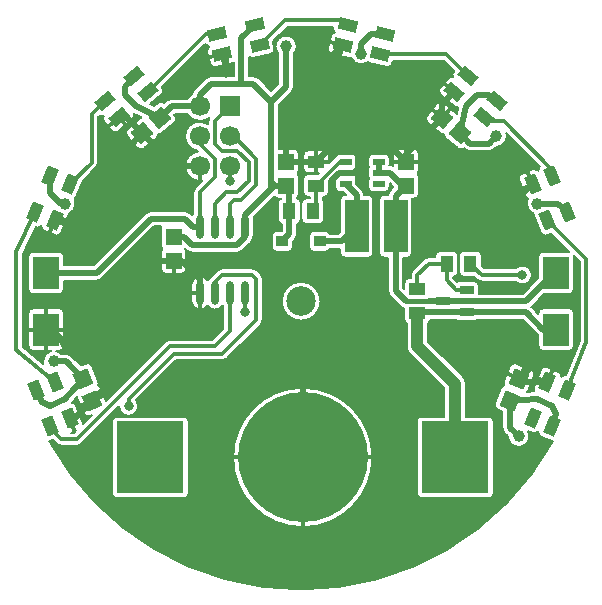
<source format=gbl>
G04 Layer: BottomLayer*
G04 EasyEDA Pro v1.9.29.eba1c1, 2023-07-30 16:19:25*
G04 Gerber Generator version 0.3*
G04 Scale: 100 percent, Rotated: No, Reflected: No*
G04 Dimensions in millimeters*
G04 Leading zeros omitted, absolute positions, 3 integers and 3 decimals*
%FSLAX33Y33*%
%MOMM*%
%AMRect*21,1,$1,$2,0,0,$3*%
%ADD999C,0.2032*%
%ADD10C,0.299999*%
%ADD11C,2.499995*%
%ADD12R,1.35001X1.410005*%
%ADD13R,1.999996X4.499991*%
%ADD14R,1.132535X1.37701*%
%ADD15R,1.3818X1.132535*%
%ADD16R,1.37701X1.132535*%
%ADD17R,0.999998X0.550012*%
%ADD18R,0.999998X0.959993*%
%ADD19Rect,1.410005X1.35001X112.5*%
%ADD20Rect,1.410005X1.35001X-112.5*%
%ADD21Rect,1.410005X1.35001X40.5*%
%ADD22Rect,1.410005X1.35001X-40.5*%
%ADD23R,1.25001X0.699999*%
%ADD24R,1.37701X1.132535*%
%ADD25R,1.132535X1.37701*%
%ADD26C,1.699999*%
%ADD27R,1.699999X1.699999*%
%ADD28R,5.699989X6.099988*%
%ADD29C,11.000003*%
%ADD30R,2.199996X2.799994*%
%ADD31R,2.199996X2.799994*%
%ADD32Rect,1.545006X0.997001X291.88*%
%ADD33Rect,1.545006X0.997001X247.47*%
%ADD34Rect,1.545006X0.997001X220.47*%
%ADD35Rect,1.545006X0.997001X193.47*%
%ADD36Rect,1.545006X0.997001X166.47*%
%ADD37Rect,1.545006X0.997001X139.47*%
%ADD38Rect,1.545006X0.997001X112.47*%
%ADD39Rect,1.545006X0.997001X67.47*%
%ADD40O,0.699999X1.999996*%
%ADD41C,0.999998*%
%ADD42C,0.799998*%
%ADD43C,0.499999*%
%ADD44C,0.399999*%
%ADD45C,1.000001*%
G75*


G04 Copper Start*
G36*
G01X0Y-24396D02*
G02X-21320Y-11858I0J24396D01*
G03X-21280Y-11844I-111J389D01*
G01X-21019Y-11739D01*
G01X-20682Y-12077D01*
G03X-20290Y-12239I392J392D01*
G01X-18988D01*
G03X-18596Y-12077I0J554D01*
G01X-15409Y-8890D01*
G03X-14605Y-9694I804J0D01*
G03X-13801Y-8890I0J804D01*
G03X-13967Y-8401I-804J0D01*
G01X-10565Y-4999D01*
G01X-6668D01*
G01X-6667D01*
G03X-6276Y-4837I0J554D01*
G01X-3418Y-1979D01*
G03X-3256Y-1587I-392J392D01*
G01Y1905D01*
G03X-3418Y2297I-554J0D01*
G01X-3736Y2614D01*
G03X-4127Y2777I-392J-392D01*
G01X-4128D01*
G01X-6667D01*
G03X-7059Y2614I0J-554D01*
G01X-7676Y1998D01*
G03X-7937Y1749I373J-655D01*
G03X-8572Y2097I-635J-407D01*
G03X-9327Y1343I0J-754D01*
G01Y43D01*
G03X-8572Y-712I754J0D01*
G03X-7937Y-364I0J754D01*
G03X-7302Y-712I635J407D01*
G03X-6667Y-364I0J754D01*
G03X-6587Y-469I635J407D01*
G01Y-2310D01*
G01X-7532Y-3256D01*
G01X-11112D01*
G03X-11504Y-3418I0J-554D01*
G01X-16504Y-8418D01*
G01X-16950Y-7340D01*
G03X-17181Y-7117I-373J-155D01*
G03X-17145Y-6950I-368J167D01*
G03X-17176Y-6795I-404J0D01*
G01X-17716Y-5493D01*
G03X-18089Y-5243I-373J-155D01*
G03X-18244Y-5274I0J-404D01*
G01X-18638Y-5437D01*
G01X-19457Y-4617D01*
G03X-19920Y-4426I-463J-463D01*
G01X-20331D01*
G03X-20730Y-4204I-624J-654D01*
G01X-20490D01*
G03X-20086Y-3800I0J404D01*
G01Y-1000D01*
G03X-20490Y-596I-404J0D01*
G01X-22690D01*
G03X-23094Y-1000I0J-404D01*
G01Y-3800D01*
G03X-22690Y-4204I404J0D01*
G01X-21180D01*
G03X-21859Y-5080I225J-876D01*
G03X-21828Y-5314I904J0D01*
G01X-23576Y-3867D01*
G01Y4001D01*
G01X-22487Y6269D01*
G01X-22481Y6266D01*
G03X-22326Y6235I155J373D01*
G03X-22003Y6397I0J404D01*
G03X-22007Y6339I400J-57D01*
G03X-21757Y5966I404J0D01*
G01X-20836Y5584D01*
G03X-20682Y5553I155J373D01*
G03X-20308Y5802I0J404D01*
G01X-19716Y7229D01*
G03X-19685Y7384I-373J155D01*
G01X-19686Y7408D01*
G03X-19098Y8255I-316J847D01*
G03X-19191Y8654I-904J0D01*
G03X-19053Y8827I-236J328D01*
G01X-18476Y10218D01*
G01X-17355Y11339D01*
G03X-17193Y11731I-392J392D01*
G01Y15600D01*
G01X-17087Y15705D01*
G03X-16878Y15647I209J346D01*
G03X-16700Y15688I0J404D01*
G03X-16774Y15456I330J-233D01*
G03X-16677Y15193I404J0D01*
G01X-16030Y14435D01*
G03X-15723Y14293I307J262D01*
G03X-15461Y14390I0J404D01*
G01X-14285Y15392D01*
G03X-14143Y15700I-262J307D01*
G03X-14191Y15890I-404J0D01*
G01X-13515Y15559D01*
G03X-13621Y15494I157J-373D01*
G01X-14693Y14578D01*
G03X-14835Y14271I262J-307D01*
G03X-14738Y14008I404J0D01*
G01X-13861Y12982D01*
G03X-13554Y12840I307J262D01*
G03X-13291Y12937I0J404D01*
G01X-12219Y13853D01*
G03X-12078Y14141I-262J307D01*
G03X-12033Y14139I45J402D01*
G03X-11770Y14236I0J404D01*
G01X-10698Y15151D01*
G03X-10557Y15459I-262J307D01*
G03X-10653Y15721I-404J0D01*
G01X-10722Y15802D01*
G01X-10668Y15856D01*
G01X-9643D01*
G03X-8572Y15256I1070J654D01*
G03X-7757Y15557I0J1254D01*
G03X-7857Y15240I454J-317D01*
G01Y15000D01*
G03X-8572Y15224I-716J-1030D01*
G03X-9827Y13970I0J-1254D01*
G03X-8750Y12728I1254J0D01*
G01X-8699Y12678D01*
G03X-9827Y11430I126J-1248D01*
G03X-8572Y10176I1254J0D01*
G03X-8372Y10192I0J1254D01*
G01X-8964Y9599D01*
G03X-9127Y9208I392J-392D01*
G01Y9207D01*
G01Y7454D01*
G03X-9235Y7303I554J-512D01*
G01X-9380Y7448D01*
G03X-9842Y7639I-463J-463D01*
G01X-12700D01*
G03X-13163Y7448I0J-654D01*
G01X-17556Y3054D01*
G01X-20086D01*
G01Y3800D01*
G03X-20490Y4204I-404J0D01*
G01X-22690D01*
G03X-23094Y3800I0J-404D01*
G01Y1000D01*
G03X-22690Y596I404J0D01*
G01X-20490D01*
G03X-20086Y1000I0J404D01*
G01Y1746D01*
G01X-17285D01*
G03X-16822Y1937I0J654D01*
G01X-12429Y6331D01*
G01X-11831D01*
G03X-11874Y6150I361J-181D01*
G01Y4740D01*
G03X-11746Y4445I404J0D01*
G03X-11874Y4150I276J-295D01*
G01Y2740D01*
G03X-11470Y2336I404J0D01*
G01X-10120D01*
G03X-9716Y2740I0J404D01*
G01Y4150D01*
G03X-9844Y4445I-404J0D01*
G01X-9829Y4459D01*
G01X-9670Y4300D01*
G03X-9207Y4108I463J463D01*
G01X-5398D01*
G01X-5397D01*
G03X-4935Y4300I0J654D01*
G01X-4300Y4935D01*
G03X-4130Y5233I-463J463D01*
G03X-4008Y5642I-633J410D01*
G01Y6942D01*
G03X-4028Y7112I-754J0D01*
G01X-2278Y8862D01*
G03X-1945Y8686I333J228D01*
G01X-1711D01*
G03X-1970Y8309I145J-377D01*
G01Y6931D01*
G03X-1654Y6537I404J0D01*
G01Y5964D01*
G01X-2085D01*
G03X-2489Y5560I0J-404D01*
G01Y4600D01*
G03X-2085Y4196I404J0D01*
G01X-1085D01*
G03X-681Y4600I0J404D01*
G01Y5059D01*
G01X-537Y5202D01*
G03X-346Y5665I-463J463D01*
G01Y6537D01*
G03X-30Y6931I-88J394D01*
G01Y8309D01*
G03X-346Y8703I-404J0D01*
G01Y8772D01*
G03X-191Y9090I-249J318D01*
G01Y10500D01*
G03X-319Y10795I-404J0D01*
G03X-191Y11090I-276J295D01*
G01Y12500D01*
G03X-595Y12904I-404J0D01*
G01X-1886D01*
G01Y16620D01*
G01X-807Y17698D01*
G03X-616Y18161I-463J463D01*
G01Y20966D01*
G03X-366Y21590I-654J624D01*
G03X-1270Y22494I-904J0D01*
G03X-2174Y21590I0J-904D01*
G03X-1924Y20966I904J0D01*
G01Y18432D01*
G01X-2540Y17816D01*
G01X-3601Y18878D01*
G03X-4064Y19069I-463J-463D01*
G01X-4397D01*
G01Y20675D01*
G03X-4152Y20592I245J321D01*
G03X-4058Y20603I0J404D01*
G01X-2555Y20963D01*
G03X-2245Y21356I-94J393D01*
G03X-2256Y21450I-404J0D01*
G01X-2389Y22005D01*
G01X-1135Y23258D01*
G01X2690D01*
G01X2672Y23184D01*
G03X2661Y23089I393J-95D01*
G03X2876Y22732I404J0D01*
G03X2489Y22423I6J-404D01*
G01X2256Y21453D01*
G03X2244Y21359I393J-95D01*
G03X2554Y20966I404J0D01*
G01X4056Y20604D01*
G03X4151Y20593I95J393D01*
G03X4246Y20605I0J404D01*
G03X5080Y20051I834J350D01*
G03X5634Y20241I0J904D01*
G03X5738Y20200I199J352D01*
G01X7240Y19838D01*
G03X7335Y19827I95J393D01*
G03X7728Y20136I0J404D01*
G01X7777Y20342D01*
G01X12057D01*
G01X12929Y19470D01*
G01X12906Y19444D01*
G03X12809Y19181I307J-263D01*
G03X12883Y18949I404J0D01*
G03X12704Y18990I-178J-363D01*
G03X12397Y18849I0J-404D01*
G01X11749Y18091D01*
G03X11652Y17829I307J-263D01*
G03X11794Y17521I404J0D01*
G01X12968Y16517D01*
G03X13231Y16420I263J307D01*
G03X13280Y16423I0J404D01*
G01X13160Y15887D01*
G01X12100Y16793D01*
G03X11838Y16889I-262J-307D01*
G03X11530Y16748I0J-404D01*
G01X10653Y15721D01*
G03X10557Y15459I307J-262D01*
G03X10698Y15151I404J0D01*
G01X11770Y14236D01*
G03X12033Y14139I262J307D01*
G03X12078Y14141I0J404D01*
G03X12219Y13853I404J18D01*
G01X13291Y12937D01*
G03X13554Y12840I262J307D01*
G03X13813Y12934I0J404D01*
G01X13874Y12872D01*
G03X14336Y12681I463J463D01*
G01X15875D01*
G03X16338Y12872I0J654D01*
G01X16531Y13066D01*
G03X17414Y13970I-21J904D01*
G03X17378Y14223I-904J0D01*
G01X20210Y11391D01*
G03X20077Y11092I271J-299D01*
G03X20081Y11035I404J0D01*
G03X19758Y11197I-323J-242D01*
G03X19603Y11166I0J-404D01*
G01X18682Y10785D01*
G03X18432Y10412I154J-373D01*
G03X18463Y10257I404J0D01*
G01X19053Y8830D01*
G03X19192Y8655I373J154D01*
G03X19098Y8255I811J-400D01*
G03X19685Y7409I904J0D01*
G01X19684Y7385D01*
G03X19715Y7231I404J0D01*
G01X20305Y5803D01*
G03X20678Y5553I373J154D01*
G03X20833Y5584I0J404D01*
G01X21190Y5732D01*
G01X22719Y4203D01*
G03X22690Y4204I-29J-403D01*
G01X20490D01*
G03X20086Y3800I0J-404D01*
G01Y1961D01*
G01X18779Y654D01*
G01X15047D01*
G01Y1300D01*
G03X14643Y1704I-404J0D01*
G01X13392D01*
G03X13217Y1664I0J-404D01*
G01X12889Y1992D01*
G01Y2082D01*
G01X12901D01*
G03X13305Y2486I0J404D01*
G01Y3864D01*
G03X12901Y4268I-404J0D01*
G01X11769D01*
G03X11365Y3864I0J-404D01*
G01Y3729D01*
G01X10795D01*
G03X10403Y3567I0J-554D01*
G01X9451Y2614D01*
G03X9288Y2223I392J-392D01*
G01Y2222D01*
G01Y1970D01*
G01X9154D01*
G03X8750Y1566I0J-404D01*
G01Y1065D01*
G01X8654Y1161D01*
G01Y3696D01*
G01X9000D01*
G03X9404Y4100I0J404D01*
G01Y8600D01*
G03X9395Y8686I-404J0D01*
G01X9565D01*
G03X9969Y9090I0J404D01*
G01Y10500D01*
G03X9841Y10795I-404J0D01*
G03X9969Y11090I-276J295D01*
G01Y12500D01*
G03X9565Y12904I-404J0D01*
G01X8215D01*
G03X7811Y12500I0J-404D01*
G01Y11466D01*
G03X7547Y11522I-264J-599D01*
G01X7483D01*
G01X7484Y11543D01*
G01Y12093D01*
G03X7080Y12497I-404J0D01*
G01X6080D01*
G03X5676Y12093I0J-404D01*
G01Y11543D01*
G03X5729Y11343I404J0D01*
G03X5676Y11143I351J-200D01*
G01Y10593D01*
G03X5729Y10393I404J0D01*
G03X5676Y10193I351J-200D01*
G01Y9643D01*
G03X6080Y9239I404J0D01*
G01X7080D01*
G03X7484Y9643I0J404D01*
G01Y10006D01*
G01X7811Y9679D01*
G01Y9641D01*
G01X7537Y9368D01*
G03X7353Y9004I463J-463D01*
G01X7000D01*
G03X6596Y8600I0J-404D01*
G01Y4100D01*
G03X7000Y3696I404J0D01*
G01X7346D01*
G01Y890D01*
G03X7537Y427I654J0D01*
G01X8427Y-463D01*
G03X8750Y-639I463J463D01*
G01Y-1566D01*
G03X8938Y-1908I404J0D01*
G01Y-3810D01*
G03X9203Y-4449I904J0D01*
G01X12136Y-7382D01*
G01Y-9773D01*
G01X10190D01*
G03X9786Y-10177I0J-404D01*
G01Y-16277D01*
G03X10190Y-16681I404J0D01*
G01X15890D01*
G03X16294Y-16277I0J404D01*
G01Y-10177D01*
G03X15890Y-9773I-404J0D01*
G01X13944D01*
G01Y-7008D01*
G03X13680Y-6369I-904J0D01*
G01X10747Y-3435D01*
G01Y-1908D01*
G03X10933Y-1604I-216J342D01*
G01X13126D01*
G03X13392Y-1704I266J304D01*
G01X14643D01*
G03X14909Y-1604I0J404D01*
G01X18777D01*
G01X20035Y-2863D01*
G03X20086Y-2908I463J463D01*
G01Y-3800D01*
G03X20490Y-4204I404J0D01*
G01X22690D01*
G03X23094Y-3800I0J404D01*
G01Y-1000D01*
G03X22690Y-596I-404J0D01*
G01X20490D01*
G03X20086Y-1000I0J-404D01*
G01Y-1063D01*
G01X19510Y-487D01*
G01X19498Y-476D01*
G01X19513Y-463D01*
G01X20571Y596D01*
G01X22690D01*
G03X23094Y1000I0J404D01*
G01Y3800D01*
G03X23093Y3829I-404J0D01*
G01X23576Y3346D01*
G01Y-3385D01*
G01X22418Y-6246D01*
G03X22326Y-6235I-92J-394D01*
G03X22003Y-6397I0J-404D01*
G03X22007Y-6339I-400J57D01*
G03X21757Y-5966I-404J0D01*
G01X20836Y-5584D01*
G03X20682Y-5553I-155J-373D01*
G03X20308Y-5802I0J-404D01*
G01X19716Y-7229D01*
G03X19685Y-7384I373J-155D01*
G03X19758Y-7615I404J0D01*
G01X19155Y-7654D01*
G03X19170Y-7621I-358J187D01*
G01X19710Y-6319D01*
G03X19741Y-6164I-373J155D01*
G03X19491Y-5791I-404J0D01*
G01X18244Y-5274D01*
G03X18089Y-5243I-155J-373D01*
G03X17716Y-5493I0J-404D01*
G01X17176Y-6795D01*
G03X17145Y-6950I373J-155D01*
G03X17181Y-7117I404J0D01*
G03X16950Y-7340I142J-378D01*
G01X16411Y-8643D01*
G03X16380Y-8798I373J-155D01*
G03X16630Y-9171I404J0D01*
G01X17023Y-9334D01*
G01Y-10693D01*
G03X17215Y-11155I654J0D01*
G01X17511Y-11451D01*
G03X18415Y-12334I904J21D01*
G03X19319Y-11430I0J904D01*
G03X19212Y-11004I-904J0D01*
G01X19601Y-11165D01*
G03X19755Y-11195I155J373D01*
G03X20079Y-11034I0J404D01*
G03X20075Y-11091I400J-57D01*
G03X20324Y-11465I404J0D01*
G01X21245Y-11847D01*
G03X21314Y-11868I155J373D01*
G02X0Y-24396I-21314J11868D01*
G37*
%LPC*%
G36*
G01X140Y-19131D02*
G03X6044Y-13227I0J5904D01*
G03X140Y-7323I-5904J0D01*
G03X-5764Y-13227I0J-5904D01*
G03X140Y-19131I5904J0D01*
G37*
G36*
G01X3296Y4100D02*
G03X3700Y3696I404J0D01*
G01X5700D01*
G03X6104Y4100I0J404D01*
G01Y8600D01*
G03X5700Y9004I-404J0D01*
G01X5354D01*
G03X5163Y9460I-654J-7D01*
G01X4684Y9939D01*
G01Y10193D01*
G03X4631Y10393I-404J0D01*
G03X4684Y10593I-351J200D01*
G01Y11143D01*
G03X4631Y11343I-404J0D01*
G03X4684Y11543I-351J200D01*
G01Y12093D01*
G03X4280Y12497I-404J0D01*
G01X3280D01*
G03X2889Y12198I0J-404D01*
G01X2363Y11671D01*
G01Y12361D01*
G03X1959Y12765I-404J0D01*
G01X581D01*
G03X177Y12361I0J-404D01*
G01Y11229D01*
G03X581Y10825I404J0D01*
G01X1516D01*
G01X1457Y10765D01*
G01X581D01*
G03X177Y10361I0J-404D01*
G01Y9229D01*
G03X581Y8825I404J0D01*
G01X716D01*
G01Y8713D01*
G01X434D01*
G03X30Y8309I0J-404D01*
G01Y6931D01*
G03X434Y6527I404J0D01*
G01X1566D01*
G03X1970Y6931I0J404D01*
G01Y8309D01*
G03X1824Y8620I-404J0D01*
G01Y8825D01*
G01X1959D01*
G03X2363Y9229I0J404D01*
G01Y10104D01*
G01X2876Y10617D01*
G01Y10593D01*
G03X2928Y10393I404J0D01*
G03X2876Y10193I351J-200D01*
G01Y9643D01*
G03X3280Y9239I404J0D01*
G01X3534D01*
G01X3768Y9004D01*
G01X3700D01*
G03X3296Y8600I0J-404D01*
G01Y5871D01*
G01X3159Y5734D01*
G01X2450D01*
G03X2085Y5964I-365J-174D01*
G01X1085D01*
G03X681Y5560I0J-404D01*
G01Y4600D01*
G03X1085Y4196I404J0D01*
G01X2085D01*
G03X2450Y4426I0J404D01*
G01X3296D01*
G01Y4100D01*
G37*
G36*
G01X-16014Y-16277D02*
G03X-15610Y-16681I404J0D01*
G01X-9910D01*
G03X-9506Y-16277I0J404D01*
G01Y-10177D01*
G03X-9910Y-9773I-404J0D01*
G01X-15610D01*
G03X-16014Y-10177I0J-404D01*
G01Y-16277D01*
G37*
G36*
G01X18733Y1418D02*
G03X19537Y2223I0J804D01*
G03X18733Y3027I-804J0D01*
G03X18150Y2777I0J-804D01*
G01X15517D01*
G01X15305Y2988D01*
G01Y3864D01*
G03X14901Y4268I-404J0D01*
G01X13769D01*
G03X13365Y3864I0J-404D01*
G01Y2486D01*
G03X13769Y2082I404J0D01*
G01X14644D01*
G01X14896Y1831D01*
G03X15287Y1668I392J392D01*
G01X18150D01*
G03X18733Y1418I583J554D01*
G37*
G36*
G01X0Y-1654D02*
G03X1654Y0I0J1654D01*
G03X0Y1654I-1654J0D01*
G03X-1654Y0I0J-1654D01*
G03X0Y-1654I1654J0D01*
G37*
%LPD*%
G36*
G01X-19505Y-11131D02*
G01X-19024Y-10938D01*
G01X-19217Y-11131D01*
G01X-19505D01*
G37*
G36*
G01X-18455Y-10369D02*
G03X-18479Y-10284I-399J-65D01*
G01X-19055Y-8850D01*
G03X-19428Y-8596I-375J-151D01*
G01X-18967Y-8094D01*
G03X-18944Y-8166I396J83D01*
G01X-18405Y-9469D01*
G03X-18031Y-9718I373J155D01*
G03X-17877Y-9688I0J404D01*
G01X-17701Y-9615D01*
G01X-18455Y-10369D01*
G37*
G36*
G01X-12100Y16793D02*
G01X-12449Y16494D01*
G01X-12795Y16663D01*
G01X-11794Y17518D01*
G03X-11652Y17825I-262J307D01*
G03X-11749Y18088I-404J0D01*
G01X-11772Y18115D01*
G01X-8110Y21777D01*
G03X-7758Y21560I358J187D01*
G03X-7973Y21203I189J-357D01*
G03X-7962Y21109I404J0D01*
G01X-7730Y20139D01*
G03X-7337Y19829I393J94D01*
G03X-7243Y19840I0J404D01*
G01X-5740Y20200D01*
G03X-5705Y20210I-94J393D01*
G01Y19069D01*
G01X-7620D01*
G03X-8083Y18878I0J-654D01*
G01X-9035Y17925D01*
G03X-9215Y17587I463J-463D01*
G03X-9643Y17164I642J-1077D01*
G01X-10939D01*
G03X-11402Y16973I0J-654D01*
G01X-11579Y16796D01*
G03X-11838Y16889I-259J-310D01*
G03X-12100Y16793I0J-404D01*
G37*
G54D999*
G01X0Y-24396D02*
G02X-21320Y-11858I0J24396D01*
G03X-21280Y-11844I-111J389D01*
G01X-21019Y-11739D01*
G01X-20682Y-12077D01*
G03X-20290Y-12239I392J392D01*
G01X-18988D01*
G03X-18596Y-12077I0J554D01*
G01X-15409Y-8890D01*
G03X-14605Y-9694I804J0D01*
G03X-13801Y-8890I0J804D01*
G03X-13967Y-8401I-804J0D01*
G01X-10565Y-4999D01*
G01X-6668D01*
G01X-6667D01*
G03X-6276Y-4837I0J554D01*
G01X-3418Y-1979D01*
G03X-3256Y-1587I-392J392D01*
G01Y1905D01*
G03X-3418Y2297I-554J0D01*
G01X-3736Y2614D01*
G03X-4127Y2777I-392J-392D01*
G01X-4128D01*
G01X-6667D01*
G03X-7059Y2614I0J-554D01*
G01X-7676Y1998D01*
G03X-7937Y1749I373J-655D01*
G03X-8572Y2097I-635J-407D01*
G03X-9327Y1343I0J-754D01*
G01Y43D01*
G03X-8572Y-712I754J0D01*
G03X-7937Y-364I0J754D01*
G03X-7302Y-712I635J407D01*
G03X-6667Y-364I0J754D01*
G03X-6587Y-469I635J407D01*
G01Y-2310D01*
G01X-7532Y-3256D01*
G01X-11112D01*
G03X-11504Y-3418I0J-554D01*
G01X-16504Y-8418D01*
G01X-16950Y-7340D01*
G03X-17181Y-7117I-373J-155D01*
G03X-17145Y-6950I-368J167D01*
G03X-17176Y-6795I-404J0D01*
G01X-17716Y-5493D01*
G03X-18089Y-5243I-373J-155D01*
G03X-18244Y-5274I0J-404D01*
G01X-18638Y-5437D01*
G01X-19457Y-4617D01*
G03X-19920Y-4426I-463J-463D01*
G01X-20331D01*
G03X-20730Y-4204I-624J-654D01*
G01X-20490D01*
G03X-20086Y-3800I0J404D01*
G01Y-1000D01*
G03X-20490Y-596I-404J0D01*
G01X-22690D01*
G03X-23094Y-1000I0J-404D01*
G01Y-3800D01*
G03X-22690Y-4204I404J0D01*
G01X-21180D01*
G03X-21859Y-5080I225J-876D01*
G03X-21828Y-5314I904J0D01*
G01X-23576Y-3867D01*
G01Y4001D01*
G01X-22487Y6269D01*
G01X-22481Y6266D01*
G03X-22326Y6235I155J373D01*
G03X-22003Y6397I0J404D01*
G03X-22007Y6339I400J-57D01*
G03X-21757Y5966I404J0D01*
G01X-20836Y5584D01*
G03X-20682Y5553I155J373D01*
G03X-20308Y5802I0J404D01*
G01X-19716Y7229D01*
G03X-19685Y7384I-373J155D01*
G01X-19686Y7408D01*
G03X-19098Y8255I-316J847D01*
G03X-19191Y8654I-904J0D01*
G03X-19053Y8827I-236J328D01*
G01X-18476Y10218D01*
G01X-17355Y11339D01*
G03X-17193Y11731I-392J392D01*
G01Y15600D01*
G01X-17087Y15705D01*
G03X-16878Y15647I209J346D01*
G03X-16700Y15688I0J404D01*
G03X-16774Y15456I330J-233D01*
G03X-16677Y15193I404J0D01*
G01X-16030Y14435D01*
G03X-15723Y14293I307J262D01*
G03X-15461Y14390I0J404D01*
G01X-14285Y15392D01*
G03X-14143Y15700I-262J307D01*
G03X-14191Y15890I-404J0D01*
G01X-13515Y15559D01*
G03X-13621Y15494I157J-373D01*
G01X-14693Y14578D01*
G03X-14835Y14271I262J-307D01*
G03X-14738Y14008I404J0D01*
G01X-13861Y12982D01*
G03X-13554Y12840I307J262D01*
G03X-13291Y12937I0J404D01*
G01X-12219Y13853D01*
G03X-12078Y14141I-262J307D01*
G03X-12033Y14139I45J402D01*
G03X-11770Y14236I0J404D01*
G01X-10698Y15151D01*
G03X-10557Y15459I-262J307D01*
G03X-10653Y15721I-404J0D01*
G01X-10722Y15802D01*
G01X-10668Y15856D01*
G01X-9643D01*
G03X-8572Y15256I1070J654D01*
G03X-7757Y15557I0J1254D01*
G03X-7857Y15240I454J-317D01*
G01Y15000D01*
G03X-8572Y15224I-716J-1030D01*
G03X-9827Y13970I0J-1254D01*
G03X-8750Y12728I1254J0D01*
G01X-8699Y12678D01*
G03X-9827Y11430I126J-1248D01*
G03X-8572Y10176I1254J0D01*
G03X-8372Y10192I0J1254D01*
G01X-8964Y9599D01*
G03X-9127Y9208I392J-392D01*
G01Y9207D01*
G01Y7454D01*
G03X-9235Y7303I554J-512D01*
G01X-9380Y7448D01*
G03X-9842Y7639I-463J-463D01*
G01X-12700D01*
G03X-13163Y7448I0J-654D01*
G01X-17556Y3054D01*
G01X-20086D01*
G01Y3800D01*
G03X-20490Y4204I-404J0D01*
G01X-22690D01*
G03X-23094Y3800I0J-404D01*
G01Y1000D01*
G03X-22690Y596I404J0D01*
G01X-20490D01*
G03X-20086Y1000I0J404D01*
G01Y1746D01*
G01X-17285D01*
G03X-16822Y1937I0J654D01*
G01X-12429Y6331D01*
G01X-11831D01*
G03X-11874Y6150I361J-181D01*
G01Y4740D01*
G03X-11746Y4445I404J0D01*
G03X-11874Y4150I276J-295D01*
G01Y2740D01*
G03X-11470Y2336I404J0D01*
G01X-10120D01*
G03X-9716Y2740I0J404D01*
G01Y4150D01*
G03X-9844Y4445I-404J0D01*
G01X-9829Y4459D01*
G01X-9670Y4300D01*
G03X-9207Y4108I463J463D01*
G01X-5398D01*
G01X-5397D01*
G03X-4935Y4300I0J654D01*
G01X-4300Y4935D01*
G03X-4130Y5233I-463J463D01*
G03X-4008Y5642I-633J410D01*
G01Y6942D01*
G03X-4028Y7112I-754J0D01*
G01X-2278Y8862D01*
G03X-1945Y8686I333J228D01*
G01X-1711D01*
G03X-1970Y8309I145J-377D01*
G01Y6931D01*
G03X-1654Y6537I404J0D01*
G01Y5964D01*
G01X-2085D01*
G03X-2489Y5560I0J-404D01*
G01Y4600D01*
G03X-2085Y4196I404J0D01*
G01X-1085D01*
G03X-681Y4600I0J404D01*
G01Y5059D01*
G01X-537Y5202D01*
G03X-346Y5665I-463J463D01*
G01Y6537D01*
G03X-30Y6931I-88J394D01*
G01Y8309D01*
G03X-346Y8703I-404J0D01*
G01Y8772D01*
G03X-191Y9090I-249J318D01*
G01Y10500D01*
G03X-319Y10795I-404J0D01*
G03X-191Y11090I-276J295D01*
G01Y12500D01*
G03X-595Y12904I-404J0D01*
G01X-1886D01*
G01Y16620D01*
G01X-807Y17698D01*
G03X-616Y18161I-463J463D01*
G01Y20966D01*
G03X-366Y21590I-654J624D01*
G03X-1270Y22494I-904J0D01*
G03X-2174Y21590I0J-904D01*
G03X-1924Y20966I904J0D01*
G01Y18432D01*
G01X-2540Y17816D01*
G01X-3601Y18878D01*
G03X-4064Y19069I-463J-463D01*
G01X-4397D01*
G01Y20675D01*
G03X-4152Y20592I245J321D01*
G03X-4058Y20603I0J404D01*
G01X-2555Y20963D01*
G03X-2245Y21356I-94J393D01*
G03X-2256Y21450I-404J0D01*
G01X-2389Y22005D01*
G01X-1135Y23258D01*
G01X2690D01*
G01X2672Y23184D01*
G03X2661Y23089I393J-95D01*
G03X2876Y22732I404J0D01*
G03X2489Y22423I6J-404D01*
G01X2256Y21453D01*
G03X2244Y21359I393J-95D01*
G03X2554Y20966I404J0D01*
G01X4056Y20604D01*
G03X4151Y20593I95J393D01*
G03X4246Y20605I0J404D01*
G03X5080Y20051I834J350D01*
G03X5634Y20241I0J904D01*
G03X5738Y20200I199J352D01*
G01X7240Y19838D01*
G03X7335Y19827I95J393D01*
G03X7728Y20136I0J404D01*
G01X7777Y20342D01*
G01X12057D01*
G01X12929Y19470D01*
G01X12906Y19444D01*
G03X12809Y19181I307J-263D01*
G03X12883Y18949I404J0D01*
G03X12704Y18990I-178J-363D01*
G03X12397Y18849I0J-404D01*
G01X11749Y18091D01*
G03X11652Y17829I307J-263D01*
G03X11794Y17521I404J0D01*
G01X12968Y16517D01*
G03X13231Y16420I263J307D01*
G03X13280Y16423I0J404D01*
G01X13160Y15887D01*
G01X12100Y16793D01*
G03X11838Y16889I-262J-307D01*
G03X11530Y16748I0J-404D01*
G01X10653Y15721D01*
G03X10557Y15459I307J-262D01*
G03X10698Y15151I404J0D01*
G01X11770Y14236D01*
G03X12033Y14139I262J307D01*
G03X12078Y14141I0J404D01*
G03X12219Y13853I404J18D01*
G01X13291Y12937D01*
G03X13554Y12840I262J307D01*
G03X13813Y12934I0J404D01*
G01X13874Y12872D01*
G03X14336Y12681I463J463D01*
G01X15875D01*
G03X16338Y12872I0J654D01*
G01X16531Y13066D01*
G03X17414Y13970I-21J904D01*
G03X17378Y14223I-904J0D01*
G01X20210Y11391D01*
G03X20077Y11092I271J-299D01*
G03X20081Y11035I404J0D01*
G03X19758Y11197I-323J-242D01*
G03X19603Y11166I0J-404D01*
G01X18682Y10785D01*
G03X18432Y10412I154J-373D01*
G03X18463Y10257I404J0D01*
G01X19053Y8830D01*
G03X19192Y8655I373J154D01*
G03X19098Y8255I811J-400D01*
G03X19685Y7409I904J0D01*
G01X19684Y7385D01*
G03X19715Y7231I404J0D01*
G01X20305Y5803D01*
G03X20678Y5553I373J154D01*
G03X20833Y5584I0J404D01*
G01X21190Y5732D01*
G01X22719Y4203D01*
G03X22690Y4204I-29J-403D01*
G01X20490D01*
G03X20086Y3800I0J-404D01*
G01Y1961D01*
G01X18779Y654D01*
G01X15047D01*
G01Y1300D01*
G03X14643Y1704I-404J0D01*
G01X13392D01*
G03X13217Y1664I0J-404D01*
G01X12889Y1992D01*
G01Y2082D01*
G01X12901D01*
G03X13305Y2486I0J404D01*
G01Y3864D01*
G03X12901Y4268I-404J0D01*
G01X11769D01*
G03X11365Y3864I0J-404D01*
G01Y3729D01*
G01X10795D01*
G03X10403Y3567I0J-554D01*
G01X9451Y2614D01*
G03X9288Y2223I392J-392D01*
G01Y2222D01*
G01Y1970D01*
G01X9154D01*
G03X8750Y1566I0J-404D01*
G01Y1065D01*
G01X8654Y1161D01*
G01Y3696D01*
G01X9000D01*
G03X9404Y4100I0J404D01*
G01Y8600D01*
G03X9395Y8686I-404J0D01*
G01X9565D01*
G03X9969Y9090I0J404D01*
G01Y10500D01*
G03X9841Y10795I-404J0D01*
G03X9969Y11090I-276J295D01*
G01Y12500D01*
G03X9565Y12904I-404J0D01*
G01X8215D01*
G03X7811Y12500I0J-404D01*
G01Y11466D01*
G03X7547Y11522I-264J-599D01*
G01X7483D01*
G01X7484Y11543D01*
G01Y12093D01*
G03X7080Y12497I-404J0D01*
G01X6080D01*
G03X5676Y12093I0J-404D01*
G01Y11543D01*
G03X5729Y11343I404J0D01*
G03X5676Y11143I351J-200D01*
G01Y10593D01*
G03X5729Y10393I404J0D01*
G03X5676Y10193I351J-200D01*
G01Y9643D01*
G03X6080Y9239I404J0D01*
G01X7080D01*
G03X7484Y9643I0J404D01*
G01Y10006D01*
G01X7811Y9679D01*
G01Y9641D01*
G01X7537Y9368D01*
G03X7353Y9004I463J-463D01*
G01X7000D01*
G03X6596Y8600I0J-404D01*
G01Y4100D01*
G03X7000Y3696I404J0D01*
G01X7346D01*
G01Y890D01*
G03X7537Y427I654J0D01*
G01X8427Y-463D01*
G03X8750Y-639I463J463D01*
G01Y-1566D01*
G03X8938Y-1908I404J0D01*
G01Y-3810D01*
G03X9203Y-4449I904J0D01*
G01X12136Y-7382D01*
G01Y-9773D01*
G01X10190D01*
G03X9786Y-10177I0J-404D01*
G01Y-16277D01*
G03X10190Y-16681I404J0D01*
G01X15890D01*
G03X16294Y-16277I0J404D01*
G01Y-10177D01*
G03X15890Y-9773I-404J0D01*
G01X13944D01*
G01Y-7008D01*
G03X13680Y-6369I-904J0D01*
G01X10747Y-3435D01*
G01Y-1908D01*
G03X10933Y-1604I-216J342D01*
G01X13126D01*
G03X13392Y-1704I266J304D01*
G01X14643D01*
G03X14909Y-1604I0J404D01*
G01X18777D01*
G01X20035Y-2863D01*
G03X20086Y-2908I463J463D01*
G01Y-3800D01*
G03X20490Y-4204I404J0D01*
G01X22690D01*
G03X23094Y-3800I0J404D01*
G01Y-1000D01*
G03X22690Y-596I-404J0D01*
G01X20490D01*
G03X20086Y-1000I0J-404D01*
G01Y-1063D01*
G01X19510Y-487D01*
G01X19498Y-476D01*
G01X19513Y-463D01*
G01X20571Y596D01*
G01X22690D01*
G03X23094Y1000I0J404D01*
G01Y3800D01*
G03X23093Y3829I-404J0D01*
G01X23576Y3346D01*
G01Y-3385D01*
G01X22418Y-6246D01*
G03X22326Y-6235I-92J-394D01*
G03X22003Y-6397I0J-404D01*
G03X22007Y-6339I-400J57D01*
G03X21757Y-5966I-404J0D01*
G01X20836Y-5584D01*
G03X20682Y-5553I-155J-373D01*
G03X20308Y-5802I0J-404D01*
G01X19716Y-7229D01*
G03X19685Y-7384I373J-155D01*
G03X19758Y-7615I404J0D01*
G01X19155Y-7654D01*
G03X19170Y-7621I-358J187D01*
G01X19710Y-6319D01*
G03X19741Y-6164I-373J155D01*
G03X19491Y-5791I-404J0D01*
G01X18244Y-5274D01*
G03X18089Y-5243I-155J-373D01*
G03X17716Y-5493I0J-404D01*
G01X17176Y-6795D01*
G03X17145Y-6950I373J-155D01*
G03X17181Y-7117I404J0D01*
G03X16950Y-7340I142J-378D01*
G01X16411Y-8643D01*
G03X16380Y-8798I373J-155D01*
G03X16630Y-9171I404J0D01*
G01X17023Y-9334D01*
G01Y-10693D01*
G03X17215Y-11155I654J0D01*
G01X17511Y-11451D01*
G03X18415Y-12334I904J21D01*
G03X19319Y-11430I0J904D01*
G03X19212Y-11004I-904J0D01*
G01X19601Y-11165D01*
G03X19755Y-11195I155J373D01*
G03X20079Y-11034I0J404D01*
G03X20075Y-11091I400J-57D01*
G03X20324Y-11465I404J0D01*
G01X21245Y-11847D01*
G03X21314Y-11868I155J373D01*
G02X0Y-24396I-21314J11868D01*
G01X140Y-19131D02*
G03X6044Y-13227I0J5904D01*
G03X140Y-7323I-5904J0D01*
G03X-5764Y-13227I0J-5904D01*
G03X140Y-19131I5904J0D01*
G01X3296Y4100D02*
G03X3700Y3696I404J0D01*
G01X5700D01*
G03X6104Y4100I0J404D01*
G01Y8600D01*
G03X5700Y9004I-404J0D01*
G01X5354D01*
G03X5163Y9460I-654J-7D01*
G01X4684Y9939D01*
G01Y10193D01*
G03X4631Y10393I-404J0D01*
G03X4684Y10593I-351J200D01*
G01Y11143D01*
G03X4631Y11343I-404J0D01*
G03X4684Y11543I-351J200D01*
G01Y12093D01*
G03X4280Y12497I-404J0D01*
G01X3280D01*
G03X2889Y12198I0J-404D01*
G01X2363Y11671D01*
G01Y12361D01*
G03X1959Y12765I-404J0D01*
G01X581D01*
G03X177Y12361I0J-404D01*
G01Y11229D01*
G03X581Y10825I404J0D01*
G01X1516D01*
G01X1457Y10765D01*
G01X581D01*
G03X177Y10361I0J-404D01*
G01Y9229D01*
G03X581Y8825I404J0D01*
G01X716D01*
G01Y8713D01*
G01X434D01*
G03X30Y8309I0J-404D01*
G01Y6931D01*
G03X434Y6527I404J0D01*
G01X1566D01*
G03X1970Y6931I0J404D01*
G01Y8309D01*
G03X1824Y8620I-404J0D01*
G01Y8825D01*
G01X1959D01*
G03X2363Y9229I0J404D01*
G01Y10104D01*
G01X2876Y10617D01*
G01Y10593D01*
G03X2928Y10393I404J0D01*
G03X2876Y10193I351J-200D01*
G01Y9643D01*
G03X3280Y9239I404J0D01*
G01X3534D01*
G01X3768Y9004D01*
G01X3700D01*
G03X3296Y8600I0J-404D01*
G01Y5871D01*
G01X3159Y5734D01*
G01X2450D01*
G03X2085Y5964I-365J-174D01*
G01X1085D01*
G03X681Y5560I0J-404D01*
G01Y4600D01*
G03X1085Y4196I404J0D01*
G01X2085D01*
G03X2450Y4426I0J404D01*
G01X3296D01*
G01Y4100D01*
G01X-16014Y-16277D02*
G03X-15610Y-16681I404J0D01*
G01X-9910D01*
G03X-9506Y-16277I0J404D01*
G01Y-10177D01*
G03X-9910Y-9773I-404J0D01*
G01X-15610D01*
G03X-16014Y-10177I0J-404D01*
G01Y-16277D01*
G01X18733Y1418D02*
G03X19537Y2223I0J804D01*
G03X18733Y3027I-804J0D01*
G03X18150Y2777I0J-804D01*
G01X15517D01*
G01X15305Y2988D01*
G01Y3864D01*
G03X14901Y4268I-404J0D01*
G01X13769D01*
G03X13365Y3864I0J-404D01*
G01Y2486D01*
G03X13769Y2082I404J0D01*
G01X14644D01*
G01X14896Y1831D01*
G03X15287Y1668I392J392D01*
G01X18150D01*
G03X18733Y1418I583J554D01*
G01X0Y-1654D02*
G03X1654Y0I0J1654D01*
G03X0Y1654I-1654J0D01*
G03X-1654Y0I0J-1654D01*
G03X0Y-1654I1654J0D01*
G01X-19505Y-11131D02*
G01X-19024Y-10938D01*
G01X-19217Y-11131D01*
G01X-19505D01*
G01X-18455Y-10369D02*
G03X-18479Y-10284I-399J-65D01*
G01X-19055Y-8850D01*
G03X-19428Y-8596I-375J-151D01*
G01X-18967Y-8094D01*
G03X-18944Y-8166I396J83D01*
G01X-18405Y-9469D01*
G03X-18031Y-9718I373J155D01*
G03X-17877Y-9688I0J404D01*
G01X-17701Y-9615D01*
G01X-18455Y-10369D01*
G01X-12100Y16793D02*
G01X-12449Y16494D01*
G01X-12795Y16663D01*
G01X-11794Y17518D01*
G03X-11652Y17825I-262J307D01*
G03X-11749Y18088I-404J0D01*
G01X-11772Y18115D01*
G01X-8110Y21777D01*
G03X-7758Y21560I358J187D01*
G03X-7973Y21203I189J-357D01*
G03X-7962Y21109I404J0D01*
G01X-7730Y20139D01*
G03X-7337Y19829I393J94D01*
G03X-7243Y19840I0J404D01*
G01X-5740Y20200D01*
G03X-5705Y20210I-94J393D01*
G01Y19069D01*
G01X-7620D01*
G03X-8083Y18878I0J-654D01*
G01X-9035Y17925D01*
G03X-9215Y17587I463J-463D01*
G03X-9643Y17164I642J-1077D01*
G01X-10939D01*
G03X-11402Y16973I0J-654D01*
G01X-11579Y16796D01*
G03X-11838Y16889I-259J-310D01*
G03X-12100Y16793I0J-404D01*
G54D10*
G01X18443Y-6557D02*
G01X18830Y-5624D01*
G01X18443Y-6557D02*
G01X19348Y-6932D01*
G01X18443Y-6557D02*
G01X17538Y-6182D01*
G01X-21590Y-2400D02*
G01X-21590Y-4105D01*
G01X-21590Y-2400D02*
G01X-21590Y-695D01*
G01X-21590Y-2400D02*
G01X-22995Y-2400D01*
G01X-21590Y-2400D02*
G01X-20185Y-2400D01*
G01X140Y-13227D02*
G01X-5665Y-13227D01*
G01X140Y-13227D02*
G01X5945Y-13227D01*
G01X140Y-13227D02*
G01X140Y-7422D01*
G01X140Y-13227D02*
G01X140Y-19032D01*
G01X8890Y11795D02*
G01X8890Y12805D01*
G01X8890Y11795D02*
G01X7910Y11795D01*
G01X8890Y11795D02*
G01X9870Y11795D01*
G01X-1270Y11795D02*
G01X-1270Y12805D01*
G01X-1270Y11795D02*
G01X-290Y11795D01*
G01X1270Y11795D02*
G01X1270Y10924D01*
G01X1270Y11795D02*
G01X1270Y12666D01*
G01X1270Y11795D02*
G01X276Y11795D01*
G01X1270Y11795D02*
G01X2264Y11795D01*
G01X11935Y15514D02*
G01X11167Y16170D01*
G01X11935Y15514D02*
G01X12572Y16259D01*
G01X11935Y15514D02*
G01X11299Y14769D01*
G01X3516Y21663D02*
G01X2469Y21915D01*
G01X3516Y21663D02*
G01X3328Y20882D01*
G01X20846Y-6862D02*
G01X21259Y-5866D01*
G01X20846Y-6862D02*
G01X20104Y-6554D01*
G01X12968Y17705D02*
G01X12149Y18406D01*
G01X12968Y17705D02*
G01X12445Y17095D01*
G01X-8572Y693D02*
G01X-9228Y693D01*
G01X-8572Y693D02*
G01X-8572Y1998D01*
G01X-8572Y693D02*
G01X-8572Y-613D01*
G01X-19604Y-9903D02*
G01X-19203Y-10903D01*
G01X-19604Y-9903D02*
G01X-18859Y-9604D01*
G01X-13456Y14215D02*
G01X-14224Y13559D01*
G01X-13456Y14215D02*
G01X-14093Y14960D01*
G01X-13456Y14215D02*
G01X-12820Y13470D01*
G01X-10795Y3445D02*
G01X-10795Y2435D01*
G01X-10795Y3445D02*
G01X-11775Y3445D01*
G01X-10795Y3445D02*
G01X-9815Y3445D01*
G01X-20846Y6862D02*
G01X-21259Y5866D01*
G01X-20846Y6862D02*
G01X-20104Y6554D01*
G01X-17678Y-8405D02*
G01X-18583Y-8780D01*
G01X-17678Y-8405D02*
G01X-16772Y-8030D01*
G01X3780Y10868D02*
G01X4585Y10868D01*
G01X-15459Y15578D02*
G01X-16279Y14878D01*
G01X-15459Y15578D02*
G01X-14937Y14966D01*
G01X-6702Y20898D02*
G01X-7750Y20647D01*
G01X-6702Y20898D02*
G01X-6515Y20117D01*
G01X19592Y9888D02*
G01X19181Y10884D01*
G01X19592Y9888D02*
G01X18850Y9581D01*
G01X-8572Y11430D02*
G01X-9728Y11430D01*
G01X-8572Y11430D02*
G01X-8572Y10275D01*
G04 Copper End*

G04 Pad Start*
G54D11*
G01X0Y0D03*
G54D12*
G01X8890Y9795D03*
G01X8890Y11795D03*
G01X-1270Y9795D03*
G01X-1270Y11795D03*
G54D13*
G01X8000Y6350D03*
G01X4700Y6350D03*
G54D14*
G01X-1000Y7620D03*
G01X1000Y7620D03*
G54D16*
G01X1270Y9795D03*
G01X1270Y11795D03*
G54D17*
G01X3780Y11818D03*
G01X3780Y10868D03*
G01X3780Y9918D03*
G01X6580Y9918D03*
G01X6580Y10868D03*
G01X6580Y11818D03*
G54D18*
G01X-1585Y5080D03*
G01X1585Y5080D03*
G54D12*
G01X-10795Y3445D03*
G01X-10795Y5445D03*
G54D19*
G01X-17678Y-8405D03*
G01X-18443Y-6557D03*
G54D20*
G01X18443Y-6557D03*
G01X17678Y-8405D03*
G54D21*
G01X-13456Y14215D03*
G01X-11935Y15514D03*
G54D22*
G01X11935Y15514D03*
G01X13456Y14215D03*
G54D23*
G01X14017Y950D03*
G01X14017Y-950D03*
G01X12018Y0D03*
G54D24*
G01X9843Y1000D03*
G01X9843Y-1000D03*
G54D25*
G01X14335Y3175D03*
G01X12335Y3175D03*
G54D26*
G01X-8572Y16510D03*
G54D27*
G01X-6032Y16510D03*
G54D26*
G01X-6032Y13970D03*
G01X-6032Y11430D03*
G01X-8572Y11430D03*
G01X-8572Y13970D03*
G54D28*
G01X-12760Y-13227D03*
G01X13040Y-13227D03*
G54D29*
G01X140Y-13227D03*
G54D30*
G01X-21590Y-2400D03*
G01X-21590Y2400D03*
G54D31*
G01X21590Y2400D03*
G01X21590Y-2400D03*
G54D32*
G01X-22477Y-7527D03*
G01X-20825Y-6864D03*
G01X-19604Y-9903D03*
G01X-21256Y-10567D03*
G54D33*
G01X-21235Y10569D03*
G01X-19591Y9887D03*
G01X-20846Y6862D03*
G01X-22490Y7544D03*
G54D34*
G01X-14122Y19057D03*
G01X-12967Y17703D03*
G01X-15459Y15578D03*
G01X-16614Y16932D03*
G54D35*
G01X-3931Y23392D03*
G01X-3517Y21661D03*
G01X-6702Y20898D03*
G01X-7116Y22629D03*
G54D36*
G01X7117Y22627D03*
G01X6700Y20896D03*
G01X3516Y21663D03*
G01X3933Y23393D03*
G54D37*
G01X16614Y16930D03*
G01X15457Y15577D03*
G01X12968Y17705D03*
G01X14124Y19058D03*
G54D38*
G01X22489Y7542D03*
G01X20844Y6862D03*
G01X19592Y9888D03*
G01X21237Y10569D03*
G54D39*
G01X21235Y-10569D03*
G01X19591Y-9887D03*
G01X20846Y-6862D03*
G01X22490Y-7544D03*
G54D40*
G01X-4762Y693D03*
G01X-6032Y693D03*
G01X-7302Y693D03*
G01X-8572Y693D03*
G01X-4762Y6292D03*
G01X-6032Y6292D03*
G01X-7302Y6292D03*
G01X-8572Y6292D03*
G04 Pad End*

G04 Via Start*
G54D41*
G01X-1270Y21590D03*
G01X0Y20320D03*
G01X-15240Y13335D03*
G01X16510Y13970D03*
G01X18098Y9208D03*
G01X20003Y8255D03*
G01X19685Y-5080D03*
G01X-20955Y-5080D03*
G01X-20002Y-3492D03*
G01X-19367Y6033D03*
G01X-20002Y8255D03*
G01X-6350Y19368D03*
G01X5080Y20955D03*
G01X18415Y-11430D03*
G54D42*
G01X-4762Y-952D03*
G01X-6032Y10160D03*
G54D41*
G01X-20320Y0D03*
G54D42*
G01X18733Y2223D03*
G01X-14605Y-8890D03*
G04 Via End*

G04 Track Start*
G54D43*
G01X9843Y-1000D02*
G01X9893Y-950D01*
G01X14017D01*
G54D10*
G01X12335Y3175D02*
G01X10795Y3175D01*
G01X9843Y2223D02*
G01X9843Y1000D01*
G01X10795Y3175D02*
G01X9843Y2223D01*
G01X14017Y950D02*
G01X13147Y950D01*
G01X12335Y1762D01*
G01Y3175D01*
G54D43*
G01X12018Y0D02*
G01X10795Y0D01*
G54D44*
G01X8890Y0D02*
G01X10795Y0D01*
G54D43*
G01X7985Y12700D02*
G01X8890Y11795D01*
G01X8620Y9795D02*
G01X8890Y9795D01*
G01X6580Y10868D02*
G01X7547Y10868D01*
G01X8620Y9795D01*
G01X8890Y9795D02*
G01X8000Y8905D01*
G01Y6350D01*
G01Y890D01*
G01X8890Y0D01*
G01X3780Y10868D02*
G01X4518Y10868D01*
G01X5080Y11430D01*
G01Y12673D01*
G01X5107Y12700D01*
G01X7985Y12700D02*
G01X5107Y12700D01*
G01X3780Y9918D02*
G01X4700Y8997D01*
G01Y6350D01*
G01X1905Y6350D02*
G01X2540Y6985D01*
G01Y10160D01*
G01X3248Y10868D02*
G01X3780Y10868D01*
G01X2540Y10160D02*
G01X3248Y10868D01*
G01X0Y6350D02*
G01X1905Y6350D01*
G01X-1585Y5080D02*
G01X-1000Y5665D01*
G01Y7620D01*
G01X-1270Y9795D02*
G01X-1000Y9525D01*
G01Y7620D01*
G54D10*
G01X1270Y9795D02*
G01X3293Y11818D01*
G01X3780D01*
G54D43*
G01X1270Y11795D02*
G01X2175Y12700D01*
G01X5107D01*
G01X-1270Y11795D02*
G01X1270Y11795D01*
G01X-1270Y9795D02*
G01X-2246Y9795D01*
G01X-2540Y10089D01*
G01Y16891D01*
G54D10*
G01X1000Y7620D02*
G01X1270Y7890D01*
G01Y9795D01*
G54D43*
G01X1585Y5080D02*
G01X3430Y5080D01*
G01X4700Y6350D01*
G01X6580Y11818D02*
G01X6580Y10868D01*
G54D45*
G01X13040Y-13227D02*
G01X13040Y-7008D01*
G01X9843Y-3810D01*
G01Y-1000D01*
G54D43*
G01X21590Y-2400D02*
G01X20498Y-2400D01*
G01X19047Y-950D01*
G01X14017D01*
G01X21590Y2400D02*
G01X21450Y2400D01*
G01X19050Y0D01*
G01X12018D01*
G01X-19604Y-9903D02*
G01X-19176Y-9903D01*
G01X-17678Y-8405D01*
G01X-18443Y-6557D02*
G01X-20002Y-8255D01*
G01X-21272Y-8890D01*
G01X-21907Y-8572D01*
G01X-22477Y-7527D01*
G01X-11935Y15514D02*
G01X-13970Y16510D01*
G01X-14922Y17463D01*
G01Y18098D01*
G01X-14122Y19057D01*
G01X13456Y14215D02*
G01X13970Y16510D01*
G01X14923Y17463D01*
G01X15875D01*
G01X16614Y16930D01*
G01X17678Y-8405D02*
G01X20003Y-8255D01*
G01X21273Y-8890D01*
G01X21590Y-9525D01*
G01X21235Y-10569D01*
G54D10*
G01X-20825Y-6864D02*
G01X-24130Y-4127D01*
G01Y4128D01*
G01X-22490Y7544D01*
G01X-19591Y9887D02*
G01X-17747Y11731D01*
G01Y15830D01*
G01X-16645Y16932D01*
G01X-16614D01*
G01X-12967Y17703D02*
G01X-8041Y22629D01*
G01X-7116D01*
G01X6700Y20896D02*
G01X12286Y20896D01*
G01X14124Y19058D01*
G01X20844Y6862D02*
G01X24130Y3576D01*
G01X24130Y-3492D02*
G01X22490Y-7544D01*
G01X24130Y3576D02*
G01X24130Y-3492D01*
G54D43*
G01X2858Y1270D02*
G01X0Y4128D01*
G01Y6350D01*
G01X-2540Y16891D02*
G01X-4064Y18415D01*
G54D10*
G01X-3517Y21661D02*
G01X-1365Y23813D01*
G01X3514D01*
G01X3933Y23393D01*
G54D43*
G01X-2540Y16891D02*
G01X-1270Y18161D01*
G01Y21590D01*
G01X-1270Y11795D02*
G01X-1270Y16510D01*
G01X0Y17780D01*
G01Y20320D01*
G01X-10939Y16510D02*
G01X-11935Y15514D01*
G01X-13456Y14215D02*
G01X-14336Y13335D01*
G01X-15240D01*
G01X-15459Y15578D02*
G01X-14819Y15578D01*
G01X-13456Y14215D01*
G01X20846Y-6862D02*
G01X18748Y-6862D01*
G01X18443Y-6557D01*
G01X12968Y17705D02*
G01X11935Y16673D01*
G01Y15514D01*
G01X8890Y12469D01*
G01Y11795D01*
G01X13456Y14215D02*
G01X14336Y13335D01*
G01X15875Y13335D02*
G01X16510Y13970D01*
G01X14336Y13335D02*
G01X15875Y13335D01*
G54D10*
G01X15457Y15577D02*
G01X15794Y15240D01*
G01X17145D01*
G01X21237Y11148D01*
G01Y10569D01*
G54D43*
G01X19592Y9888D02*
G01X18911Y9208D01*
G01X18098D01*
G01X22489Y7542D02*
G01X21776Y8255D01*
G01X20003D01*
G01X18443Y-6557D02*
G01X19685Y-5315D01*
G01Y-5080D01*
G54D10*
G01X-21256Y-10567D02*
G01X-21256Y-10719D01*
G01X-20290Y-11685D01*
G01X-7302Y-3810D02*
G01X-6032Y-2540D01*
G01Y-38D01*
G54D43*
G01X-18443Y-6557D02*
G01X-19920Y-5080D01*
G01X-20955D01*
G01X-21590Y-2400D02*
G01X-21095Y-2400D01*
G01X-20002Y-3492D01*
G01X-20846Y6862D02*
G01X-20197Y6862D01*
G01X-19367Y6033D01*
G01X-21235Y10569D02*
G01X-21235Y9170D01*
G01X-20320Y8255D02*
G01X-20002Y8255D01*
G01X-21235Y9170D02*
G01X-20320Y8255D01*
G01X-6702Y20898D02*
G01X-6350Y20546D01*
G01Y19368D01*
G01X-3931Y23392D02*
G01X-5051Y22272D01*
G01Y18415D01*
G01X-4064Y18415D02*
G01X-5051Y18415D01*
G01X3516Y21663D02*
G01X2173Y20320D01*
G01X0D01*
G01X7117Y22627D02*
G01X5938Y22627D01*
G01X5080Y21769D01*
G01Y20955D01*
G01X17678Y-8405D02*
G01X17678Y-10693D01*
G01X18415Y-11430D01*
G01X-10795Y3445D02*
G01X-10113Y3445D01*
G01X-8572Y1905D01*
G01Y-38D01*
G01X-10795Y5445D02*
G01X-9890Y5445D01*
G01X-9207Y4763D01*
G01X-5397D01*
G01X-4762Y5398D01*
G01X-21590Y2400D02*
G01X-17285Y2400D01*
G01X-12700Y6985D01*
G01X-2246Y9795D02*
G01X-2540Y9501D01*
G01Y10089D01*
G54D10*
G01X-4762Y-952D02*
G01X-4762Y-38D01*
G54D43*
G01X-10795Y3445D02*
G01X-14652Y3445D01*
G01X-18097Y0D02*
G01X-20320Y0D01*
G01X-14652Y3445D02*
G01X-18097Y0D01*
G01X-5051Y18415D02*
G01X-7620Y18415D01*
G01X-8572Y17463D01*
G01Y16510D01*
G01X-10939Y16510D02*
G01X-8572Y16510D01*
G54D10*
G01X-6032Y10160D02*
G01X-6032Y11430D01*
G01X-8572Y7023D02*
G01X-8572Y9208D01*
G01X-7302Y10478D01*
G01X-7302Y7023D02*
G01X-7302Y8255D01*
G01X-4445Y10160D02*
G01X-4445Y11748D01*
G01X-5397Y12700D01*
G01X-6667D01*
G01X-8572Y13970D02*
G01X-8572Y13335D01*
G01X-7302Y12065D01*
G01Y10478D01*
G01X-6667Y12700D02*
G01X-7302Y13335D01*
G01Y15240D01*
G01X-6032Y16510D01*
G01X-5715Y13970D02*
G01X-6032Y13970D01*
G01X-3810Y9843D02*
G01X-3810Y12065D01*
G01X-5715Y13970D01*
G01X-7302Y8255D02*
G01X-6350Y9208D01*
G01X-5397D01*
G01X-4445Y10160D01*
G01X-6032Y7023D02*
G01X-6032Y8255D01*
G01X-5715Y8573D01*
G01X-5080Y8573D02*
G01X-3810Y9843D01*
G01X-5715Y8573D02*
G01X-5080Y8573D01*
G54D43*
G01X-8572Y11430D02*
G01X-10671Y11430D01*
G01X-13456Y14215D01*
G01X-17678Y-8405D02*
G01X-17678Y-8388D01*
G01X-16468Y-7179D01*
G01Y-5757D01*
G01X-18732Y-3492D01*
G01X-20002D01*
G54D10*
G01X-20290Y-11685D02*
G01X-18988Y-11685D01*
G01X-11112Y-3810D01*
G01X-7302D01*
G01X-10795Y-4445D02*
G01X-6667Y-4445D01*
G01X-14605Y-8255D02*
G01X-10795Y-4445D01*
G01X14335Y3175D02*
G01X15287Y2223D01*
G01X18733D01*
G01X-14605Y-8890D02*
G01X-14605Y-8255D01*
G54D43*
G01X140Y-13227D02*
G01X140Y-3987D01*
G01X2858Y-1270D01*
G01Y1270D01*
G01X-4762Y5398D02*
G01X-4762Y7303D01*
G01X-2564Y9501D01*
G01X-2540D01*
G54D10*
G01X-4127Y2223D02*
G01X-6667Y2223D01*
G01X-7302Y1588D01*
G01Y-38D01*
G01X-6667Y-4445D02*
G01X-3810Y-1587D01*
G01Y1905D01*
G01X-4127Y2223D01*
G54D43*
G01X-8572Y7023D02*
G01X-8610Y6985D01*
G01X-12700Y6985D02*
G01X-9842Y6985D01*
G01X-9150Y6292D02*
G01X-8572Y6292D01*
G01X-9842Y6985D02*
G01X-9150Y6292D01*
G04 Track End*

M02*

</source>
